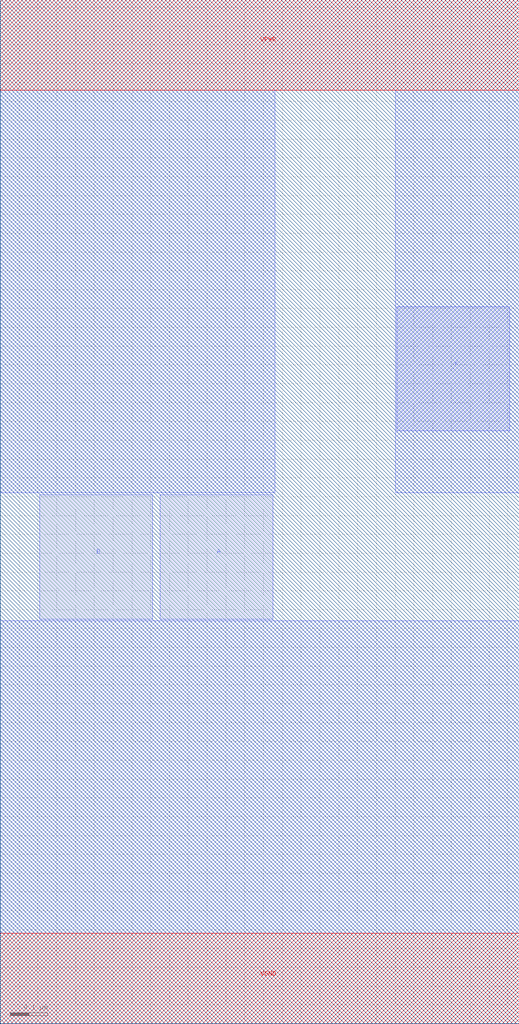
<source format=lef>
VERSION 5.7 ;
NOWIREEXTENSIONATTERMINAL OFF ;
DIVIDERCHAR "/" ;
BUSBITCHARS "[]" ;

UNITS
  DATABASE MICRONS 1000 ;
END UNITS

LAYER pwell
  TYPE NWELL ;
END pwell

LAYER nwell  
  TYPE NWELL ;
END nwell

LAYER poly
  TYPE MASTERSLICE ;
END poly

LAYER li1
  TYPE ROUTING ;
  DIRECTION HORIZONTAL ;
  PITCH 0.46 ;
  WIDTH 0.17 ;
  SPACING 0.14 ;
  RESISTANCE RPERSQ 12.8 ;
  CAPACITANCE CPERSQDIST 164.0 ;
  EDGECAPACITANCE 57.0 ;
END li1

LAYER mcon
  TYPE CUT ;
  SPACING 0.19 ;
END mcon

LAYER met1
  TYPE ROUTING ;
  DIRECTION VERTICAL ;
  PITCH 0.34 ;
  WIDTH 0.14 ;
  SPACING 0.14 ;
  RESISTANCE RPERSQ 0.125 ;
  CAPACITANCE CPERSQDIST 52.4 ;
  EDGECAPACITANCE 28.7 ;
  
  MANUFACTURINGGRID 0.005 ;
  
  ANTENNADIFFAREA 400.0 ;
  ANTENNACUMROUTINGPLUSCUT ;
  ANTENNAGATEPLUSDIFF 350.0 ;
  ANTENNAAREAFACTOR 400.0 ;
END met1

LAYER via
  TYPE CUT ;
  SPACING 0.17 ;
  ENCLOSURE BELOW 0.055 0.085 ;
  ENCLOSURE ABOVE 0.055 0.085 ;
END via

LAYER met2
  TYPE ROUTING ;
  DIRECTION HORIZONTAL ;
  PITCH 0.46 ;
  WIDTH 0.14 ;
  SPACING 0.14 ;
  RESISTANCE RPERSQ 0.125 ;
  CAPACITANCE CPERSQDIST 52.4 ;
  EDGECAPACITANCE 28.7 ;
  
  MANUFACTURINGGRID 0.005 ;
  
  ANTENNADIFFAREA 400.0 ;
  ANTENNACUMROUTINGPLUSCUT ;
  ANTENNAGATEPLUSDIFF 350.0 ;
  ANTENNAAREAFACTOR 400.0 ;
END met2

LAYER via2
  TYPE CUT ;
  SPACING 0.20 ;
  ENCLOSURE BELOW 0.065 0.065 ;
  ENCLOSURE ABOVE 0.065 0.065 ;
END via2

LAYER met3
  TYPE ROUTING ;
  DIRECTION VERTICAL ;
  PITCH 0.68 ;
  WIDTH 0.30 ;
  SPACING 0.30 ;
  RESISTANCE RPERSQ 0.047 ;
  CAPACITANCE CPERSQDIST 39.2 ;
  EDGECAPACITANCE 23.1 ;
  
  MANUFACTURINGGRID 0.005 ;
  
  ANTENNADIFFAREA 400.0 ;
  ANTENNACUMROUTINGPLUSCUT ;
  ANTENNAGATEPLUSDIFF 350.0 ;
  ANTENNAAREAFACTOR 400.0 ;
END met3

LAYER via3
  TYPE CUT ;
  SPACING 0.20 ;
  ENCLOSURE BELOW 0.065 0.065 ;
  ENCLOSURE ABOVE 0.065 0.065 ;
END via3

LAYER met4
  TYPE ROUTING ;
  DIRECTION HORIZONTAL ;
  PITCH 0.68 ;
  WIDTH 0.30 ;
  SPACING 0.30 ;
  RESISTANCE RPERSQ 0.047 ;
  CAPACITANCE CPERSQDIST 39.2 ;
  EDGECAPACITANCE 23.1 ;
  
  MANUFACTURINGGRID 0.005 ;
  
  ANTENNADIFFAREA 400.0 ;
  ANTENNACUMROUTINGPLUSCUT ;
  ANTENNAGATEPLUSDIFF 350.0 ;
  ANTENNAAREAFACTOR 400.0 ;
END met4

LAYER via4
  TYPE CUT ;
  SPACING 0.32 ;
  ENCLOSURE BELOW 0.19 0.19 ;
  ENCLOSURE ABOVE 0.19 0.19 ;
END via4

LAYER met5
  TYPE ROUTING ;
  DIRECTION VERTICAL ;
  PITCH 1.60 ;
  WIDTH 0.80 ;
  SPACING 0.80 ;
  RESISTANCE RPERSQ 0.029 ;
  CAPACITANCE CPERSQDIST 31.2 ;
  EDGECAPACITANCE 18.5 ;
  
  MANUFACTURINGGRID 0.005 ;
  
  ANTENNADIFFAREA 400.0 ;
  ANTENNACUMROUTINGPLUSCUT ;
  ANTENNAGATEPLUSDIFF 350.0 ;
  ANTENNAAREAFACTOR 400.0 ;
END met5

LAYER via5
  TYPE CUT ;
  SPACING 0.32 ;
  ENCLOSURE BELOW 0.19 0.19 ;
  ENCLOSURE ABOVE 0.19 0.19 ;
END via5

LAYER met6
  TYPE ROUTING ;
  DIRECTION HORIZONTAL ;
  PITCH 1.60 ;
  WIDTH 0.80 ;
  SPACING 0.80 ;
  RESISTANCE RPERSQ 0.029 ;
  CAPACITANCE CPERSQDIST 31.2 ;
  EDGECAPACITANCE 18.5 ;
  
  MANUFACTURINGGRID 0.005 ;
  
  ANTENNADIFFAREA 400.0 ;
  ANTENNACUMROUTINGPLUSCUT ;
  ANTENNAGATEPLUSDIFF 350.0 ;
  ANTENNAAREAFACTOR 400.0 ;
END met6

SITE unithd
  SYMMETRY Y ;
  CLASS CORE ;
  SIZE 0.46 BY 2.72 ;
END unithd

SITE unithd_16t
  SYMMETRY Y ;
  CLASS CORE ;
  SIZE 0.46 BY 2.72 ;
END unithd_16t

MACRO sakemono90_fd_sc_hd__nand2_1
  CLASS CORE ;
  FOREIGN sakemono90_fd_sc_hd__nand2_1 0.0 0.0 ;
  ORIGIN 0.0 0.0 ;
  SIZE 0.92 BY 2.72 ;
  SYMMETRY X Y ;
  SITE unithd ;
  
  PIN A
    DIRECTION INPUT ;
    USE SIGNAL ;
    PORT
      LAYER li1 ;
        RECT 0.425 1.075 0.725 1.405 ;
    END
  END A
  
  PIN B
    DIRECTION INPUT ;
    USE SIGNAL ;
    PORT
      LAYER li1 ;
        RECT 0.105 1.075 0.405 1.405 ;
    END
  END B

  PIN Y
    DIRECTION OUTPUT ;
    USE SIGNAL ;
    PORT
      LAYER li1 ;
        RECT 0.125 1.575 0.425 1.905 ;
    END
  END Y

  PIN VPWR
    DIRECTION INOUT ;
    USE POWER ;
    PORT
      LAYER met1 ;
        RECT 0.000 2.480 0.920 2.720 ;
    END
  END VPWR

  PIN VGND
    DIRECTION INOUT ;
    USE GROUND ;
    PORT
      LAYER met1 ;
        RECT 0.000 0.000 0.920 0.240 ;
    END
  END VGND

  OBS
    LAYER li1 ;
      RECT 0.00 0.24 0.92 1.07 ;
      RECT 0.00 1.41 0.92 2.48 ;
  END

END sakemono90_fd_sc_hd__nand2_1

MACRO sakemono90_fd_sc_hd__nor2_1
  CLASS CORE ;
  FOREIGN sakemono90_fd_sc_hd__nor2_1 0.0 0.0 ;
  ORIGIN 0.0 0.0 ;
  SIZE 0.92 BY 2.72 ;
  SYMMETRY X Y ;
  SITE unithd ;
  
  PIN A
    DIRECTION INPUT ;
    USE SIGNAL ;
    PORT
      LAYER li1 ;
        RECT 0.425 1.075 0.725 1.405 ;
    END
  END A
  
  PIN B
    DIRECTION INPUT ;
    USE SIGNAL ;
    PORT
      LAYER li1 ;
        RECT 0.105 1.075 0.405 1.405 ;
    END
  END B

  PIN Y
    DIRECTION OUTPUT ;
    USE SIGNAL ;
    PORT
      LAYER li1 ;
        RECT 0.125 1.575 0.425 1.905 ;
    END
  END Y

  PIN VPWR
    DIRECTION INOUT ;
    USE POWER ;
    PORT
      LAYER met1 ;
        RECT 0.000 2.480 0.920 2.720 ;
    END
  END VPWR

  PIN VGND
    DIRECTION INOUT ;
    USE GROUND ;
    PORT
      LAYER met1 ;
        RECT 0.000 0.000 0.920 0.240 ;
    END
  END VGND

  OBS
    LAYER li1 ;
      RECT 0.00 0.24 0.92 1.07 ;
      RECT 0.00 1.41 0.92 2.48 ;
  END

END sakemono90_fd_sc_hd__nor2_1

MACRO sakemono90_fd_sc_hd__and2_1
  CLASS CORE ;
  FOREIGN sakemono90_fd_sc_hd__and2_1 0.0 0.0 ;
  ORIGIN 0.0 0.0 ;
  SIZE 1.38 BY 2.72 ;
  SYMMETRY X Y ;
  SITE unithd ;
  
  PIN A
    DIRECTION INPUT ;
    USE SIGNAL ;
    PORT
      LAYER li1 ;
        RECT 0.425 1.075 0.725 1.405 ;
    END
  END A
  
  PIN B
    DIRECTION INPUT ;
    USE SIGNAL ;
    PORT
      LAYER li1 ;
        RECT 0.105 1.075 0.405 1.405 ;
    END
  END B

  PIN Y
    DIRECTION OUTPUT ;
    USE SIGNAL ;
    PORT
      LAYER li1 ;
        RECT 1.055 1.575 1.355 1.905 ;
    END
  END Y

  PIN VPWR
    DIRECTION INOUT ;
    USE POWER ;
    PORT
      LAYER met1 ;
        RECT 0.000 2.480 1.380 2.720 ;
    END
  END VPWR

  PIN VGND
    DIRECTION INOUT ;
    USE GROUND ;
    PORT
      LAYER met1 ;
        RECT 0.000 0.000 1.380 0.240 ;
    END
  END VGND

  OBS
    LAYER li1 ;
      RECT 0.00 0.24 1.38 1.07 ;
      RECT 0.00 1.41 0.73 2.48 ;
      RECT 1.05 1.41 1.38 2.48 ;
  END

END sakemono90_fd_sc_hd__and2_1

MACRO sakemono90_fd_sc_hd__or2_1
  CLASS CORE ;
  FOREIGN sakemono90_fd_sc_hd__or2_1 0.0 0.0 ;
  ORIGIN 0.0 0.0 ;
  SIZE 1.38 BY 2.72 ;
  SYMMETRY X Y ;
  SITE unithd ;
  
  PIN A
    DIRECTION INPUT ;
    USE SIGNAL ;
    PORT
      LAYER li1 ;
        RECT 0.425 1.075 0.725 1.405 ;
    END
  END A
  
  PIN B
    DIRECTION INPUT ;
    USE SIGNAL ;
    PORT
      LAYER li1 ;
        RECT 0.105 1.075 0.405 1.405 ;
    END
  END B

  PIN Y
    DIRECTION OUTPUT ;
    USE SIGNAL ;
    PORT
      LAYER li1 ;
        RECT 1.055 1.575 1.355 1.905 ;
    END
  END Y

  PIN VPWR
    DIRECTION INOUT ;
    USE POWER ;
    PORT
      LAYER met1 ;
        RECT 0.000 2.480 1.380 2.720 ;
    END
  END VPWR

  PIN VGND
    DIRECTION INOUT ;
    USE GROUND ;
    PORT
      LAYER met1 ;
        RECT 0.000 0.000 1.380 0.240 ;
    END
  END VGND

  OBS
    LAYER li1 ;
      RECT 0.00 0.24 1.38 1.07 ;
      RECT 0.00 1.41 0.73 2.48 ;
      RECT 1.05 1.41 1.38 2.48 ;
  END

END sakemono90_fd_sc_hd__or2_1

END LIBRARY
</source>
